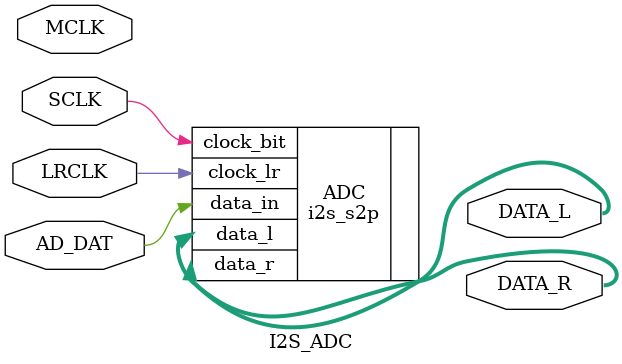
<source format=v>
`ifdef SIMULATION
    `define POR_MAX 16'h000f // period of power on reset
`else  // Real FPGA
    `define POR_MAX 16'hffff  // period of power on reset
`endif

module I2S_ADC
    #(parameter bitNum = 24)
	(
		AD_DAT,MCLK,LRCLK,SCLK,DATA_L,DATA_R
	);

	//ADC PCM1808PWR SlaveMode
	input MCLK;		//PIN_132
	input LRCLK;	//PIN_130
	input SCLK;		//PIN_131
	input AD_DAT;	//PIN_124
	output signed [bitNum-1:0]DATA_L;
	output signed [bitNum-1:0]DATA_R;


	//--------------------------
	// Internal Power on Reset
	//--------------------------
	wire res_n;            // Internal Reset Signal
	reg  por_n;            // should be power-up level = Low
	reg  [15:0] por_count; // should be power-up level = Low
	//
	always @(posedge MCLK)
	begin
		if (por_count != `POR_MAX)
		begin
			por_n <= 1'b0;
			por_count <= por_count + 16'h0001;
		end
		else
		begin
			por_n <= 1'b1;
			por_count <= por_count;
		end
	end
	//
	assign res_n = por_n;


	/* MCLK 12.288MHz
	 * SCK 3.072MHz	MCLK/4
	 * LRLCK 48KHz	MCLK/256
	 */
	wire signed [bitNum-1:0]DATA_L;
	wire signed [bitNum-1:0]DATA_R;

	i2s_s2p #(.bitNum(bitNum)) ADC  (
	//clock_bit, clock_lr, data_in, data_l,data_r
		.clock_bit(SCLK), .data_in(AD_DAT), .clock_lr(LRCLK), .data_l(DATA_L), .data_r(DATA_R)
	);

endmodule
</source>
